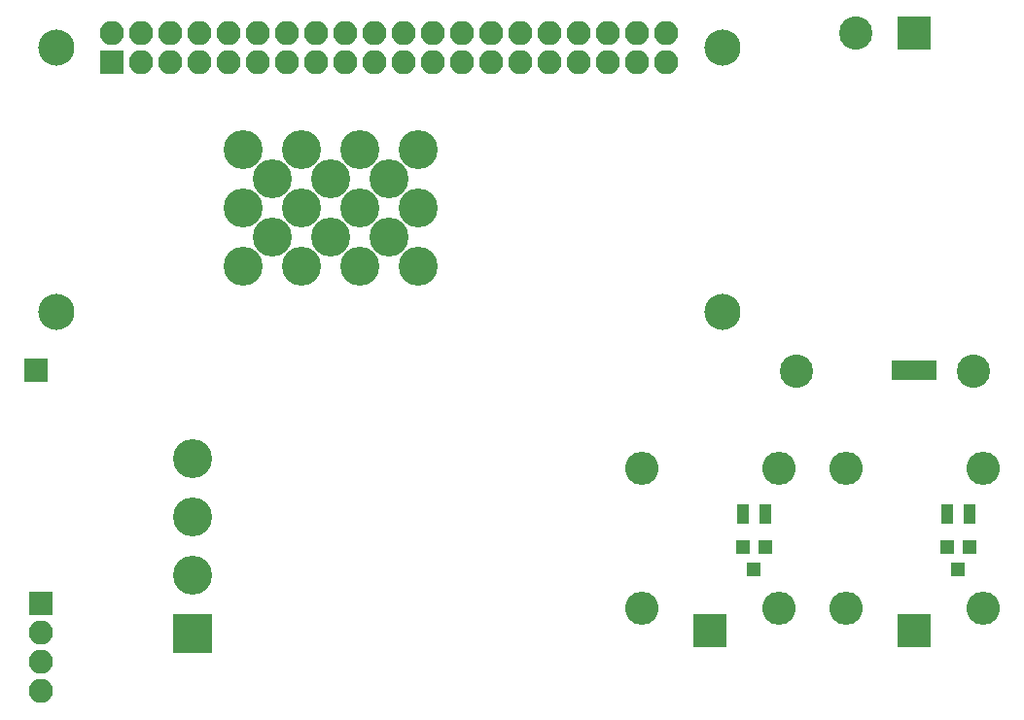
<source format=gbr>
G04 #@! TF.FileFunction,Soldermask,Bot*
%FSLAX46Y46*%
G04 Gerber Fmt 4.6, Leading zero omitted, Abs format (unit mm)*
G04 Created by KiCad (PCBNEW 4.0.7) date Sunday 11 February 2018 15:33:06*
%MOMM*%
%LPD*%
G01*
G04 APERTURE LIST*
%ADD10C,0.100000*%
%ADD11C,3.400000*%
%ADD12C,3.150000*%
%ADD13R,2.100000X2.100000*%
%ADD14O,2.100000X2.100000*%
%ADD15R,2.900000X2.900000*%
%ADD16O,2.900000X2.900000*%
%ADD17R,1.200000X1.300000*%
%ADD18R,1.100000X1.700000*%
%ADD19C,2.900000*%
%ADD20R,1.370000X1.670000*%
%ADD21R,3.399740X3.399740*%
%ADD22C,3.399740*%
G04 APERTURE END LIST*
D10*
D11*
X200660000Y-106680000D03*
X200660000Y-116840000D03*
X200660000Y-111760000D03*
X198120000Y-114300000D03*
X198120000Y-109220000D03*
X195580000Y-106680000D03*
X190500000Y-106680000D03*
X185420000Y-106680000D03*
X187960000Y-109220000D03*
X193040000Y-109220000D03*
X195580000Y-111760000D03*
X195580000Y-116840000D03*
X193040000Y-114300000D03*
X190500000Y-111760000D03*
X190500000Y-116840000D03*
X187960000Y-114300000D03*
X185420000Y-111760000D03*
D12*
X227120000Y-120790000D03*
X227120000Y-97790000D03*
X169120000Y-120790000D03*
X169120000Y-97790000D03*
D13*
X173990000Y-99060000D03*
D14*
X173990000Y-96520000D03*
X176530000Y-99060000D03*
X176530000Y-96520000D03*
X179070000Y-99060000D03*
X179070000Y-96520000D03*
X181610000Y-99060000D03*
X181610000Y-96520000D03*
X184150000Y-99060000D03*
X184150000Y-96520000D03*
X186690000Y-99060000D03*
X186690000Y-96520000D03*
X189230000Y-99060000D03*
X189230000Y-96520000D03*
X191770000Y-99060000D03*
X191770000Y-96520000D03*
X194310000Y-99060000D03*
X194310000Y-96520000D03*
X196850000Y-99060000D03*
X196850000Y-96520000D03*
X199390000Y-99060000D03*
X199390000Y-96520000D03*
X201930000Y-99060000D03*
X201930000Y-96520000D03*
X204470000Y-99060000D03*
X204470000Y-96520000D03*
X207010000Y-99060000D03*
X207010000Y-96520000D03*
X209550000Y-99060000D03*
X209550000Y-96520000D03*
X212090000Y-99060000D03*
X212090000Y-96520000D03*
X214630000Y-99060000D03*
X214630000Y-96520000D03*
X217170000Y-99060000D03*
X217170000Y-96520000D03*
X219710000Y-99060000D03*
X219710000Y-96520000D03*
X222250000Y-99060000D03*
X222250000Y-96520000D03*
D12*
X169120000Y-97790000D03*
D11*
X185420000Y-116840000D03*
D15*
X243840000Y-148590000D03*
D16*
X249840000Y-146590000D03*
X249840000Y-134390000D03*
X237840000Y-134390000D03*
X237840000Y-146590000D03*
D15*
X226060000Y-148590000D03*
D16*
X232060000Y-146590000D03*
X232060000Y-134390000D03*
X220060000Y-134390000D03*
X220060000Y-146590000D03*
D17*
X246700000Y-141240000D03*
X248600000Y-141240000D03*
X247650000Y-143240000D03*
X228920000Y-141240000D03*
X230820000Y-141240000D03*
X229870000Y-143240000D03*
D18*
X246700000Y-138430000D03*
X248600000Y-138430000D03*
X228920000Y-138430000D03*
X230820000Y-138430000D03*
D15*
X243760000Y-96520000D03*
D19*
X238760000Y-96520000D03*
X248960000Y-125920000D03*
X233560000Y-125920000D03*
D20*
X245110000Y-125857000D03*
X243840000Y-125857000D03*
X242570000Y-125857000D03*
D13*
X167767000Y-146177000D03*
D14*
X167767000Y-148717000D03*
X167767000Y-151257000D03*
X167767000Y-153797000D03*
D13*
X167386000Y-125857000D03*
D21*
X180975000Y-148844000D03*
D22*
X180975000Y-143764000D03*
X180975000Y-138684000D03*
X180975000Y-133604000D03*
M02*

</source>
